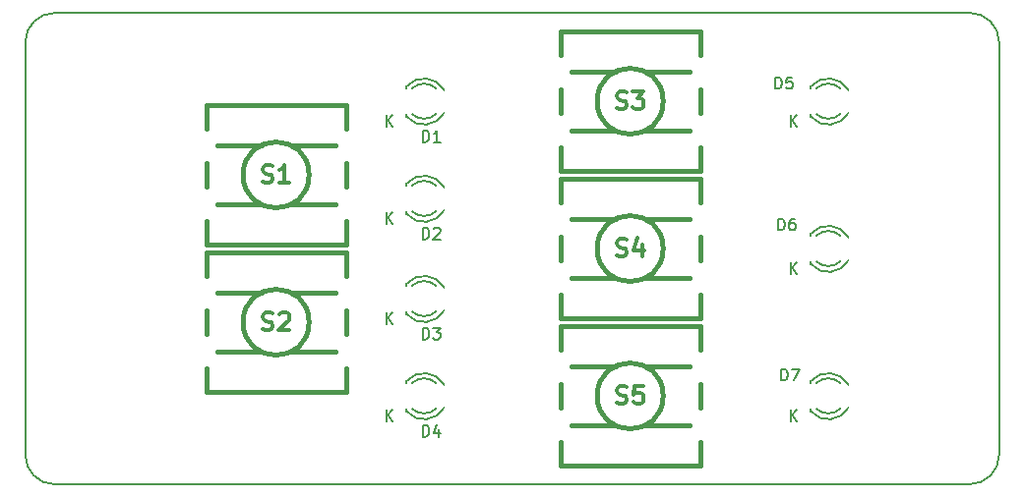
<source format=gbr>
G04 #@! TF.FileFunction,Legend,Top*
%FSLAX46Y46*%
G04 Gerber Fmt 4.6, Leading zero omitted, Abs format (unit mm)*
G04 Created by KiCad (PCBNEW 4.0.2-4+6225~38~ubuntu14.04.1-stable) date mer. 25 mai 2016 20:43:00 CEST*
%MOMM*%
G01*
G04 APERTURE LIST*
%ADD10C,0.100000*%
%ADD11C,0.150000*%
%ADD12C,0.381000*%
%ADD13C,0.304800*%
G04 APERTURE END LIST*
D10*
D11*
X63500000Y-129540000D02*
G75*
G03X66040000Y-132080000I2540000J0D01*
G01*
X144780000Y-132080000D02*
G75*
G03X147320000Y-129540000I0J2540000D01*
G01*
X147320000Y-93980000D02*
G75*
G03X144780000Y-91440000I-2540000J0D01*
G01*
X66040000Y-91440000D02*
G75*
G03X63500000Y-93980000I0J-2540000D01*
G01*
X63500000Y-129540000D02*
X63500000Y-93980000D01*
X66040000Y-132080000D02*
X144780000Y-132080000D01*
X147320000Y-93980000D02*
X147320000Y-129540000D01*
X66040000Y-91440000D02*
X144780000Y-91440000D01*
D12*
X91089480Y-104409240D02*
X91089480Y-106410760D01*
X79090520Y-101409500D02*
X79090520Y-99410520D01*
X79090520Y-99410520D02*
X91089480Y-99410520D01*
X91089480Y-99410520D02*
X91089480Y-101409500D01*
X79090520Y-106410760D02*
X79090520Y-104409240D01*
X91089480Y-109410500D02*
X91089480Y-111409480D01*
X91089480Y-111409480D02*
X79090520Y-111409480D01*
X79090520Y-111409480D02*
X79090520Y-109410500D01*
X86360000Y-102870000D02*
X90170000Y-102870000D01*
X80010000Y-102870000D02*
X83820000Y-102870000D01*
X83820000Y-107950000D02*
X80010000Y-107950000D01*
X90170000Y-107950000D02*
X86360000Y-107950000D01*
X87929806Y-105410000D02*
G75*
G03X87929806Y-105410000I-2839806J0D01*
G01*
X79090520Y-119110760D02*
X79090520Y-117109240D01*
X91089480Y-122110500D02*
X91089480Y-124109480D01*
X91089480Y-124109480D02*
X79090520Y-124109480D01*
X79090520Y-124109480D02*
X79090520Y-122110500D01*
X91089480Y-117109240D02*
X91089480Y-119110760D01*
X79090520Y-114109500D02*
X79090520Y-112110520D01*
X79090520Y-112110520D02*
X91089480Y-112110520D01*
X91089480Y-112110520D02*
X91089480Y-114109500D01*
X83820000Y-120650000D02*
X80010000Y-120650000D01*
X90170000Y-120650000D02*
X86360000Y-120650000D01*
X86360000Y-115570000D02*
X90170000Y-115570000D01*
X80010000Y-115570000D02*
X83820000Y-115570000D01*
X87929806Y-118110000D02*
G75*
G03X87929806Y-118110000I-2839806J0D01*
G01*
X109570520Y-100060760D02*
X109570520Y-98059240D01*
X121569480Y-103060500D02*
X121569480Y-105059480D01*
X121569480Y-105059480D02*
X109570520Y-105059480D01*
X109570520Y-105059480D02*
X109570520Y-103060500D01*
X121569480Y-98059240D02*
X121569480Y-100060760D01*
X109570520Y-95059500D02*
X109570520Y-93060520D01*
X109570520Y-93060520D02*
X121569480Y-93060520D01*
X121569480Y-93060520D02*
X121569480Y-95059500D01*
X114300000Y-101600000D02*
X110490000Y-101600000D01*
X120650000Y-101600000D02*
X116840000Y-101600000D01*
X116840000Y-96520000D02*
X120650000Y-96520000D01*
X110490000Y-96520000D02*
X114300000Y-96520000D01*
X118409806Y-99060000D02*
G75*
G03X118409806Y-99060000I-2839806J0D01*
G01*
X109570520Y-112760760D02*
X109570520Y-110759240D01*
X121569480Y-115760500D02*
X121569480Y-117759480D01*
X121569480Y-117759480D02*
X109570520Y-117759480D01*
X109570520Y-117759480D02*
X109570520Y-115760500D01*
X121569480Y-110759240D02*
X121569480Y-112760760D01*
X109570520Y-107759500D02*
X109570520Y-105760520D01*
X109570520Y-105760520D02*
X121569480Y-105760520D01*
X121569480Y-105760520D02*
X121569480Y-107759500D01*
X114300000Y-114300000D02*
X110490000Y-114300000D01*
X120650000Y-114300000D02*
X116840000Y-114300000D01*
X116840000Y-109220000D02*
X120650000Y-109220000D01*
X110490000Y-109220000D02*
X114300000Y-109220000D01*
X118409806Y-111760000D02*
G75*
G03X118409806Y-111760000I-2839806J0D01*
G01*
X109570520Y-125460760D02*
X109570520Y-123459240D01*
X121569480Y-128460500D02*
X121569480Y-130459480D01*
X121569480Y-130459480D02*
X109570520Y-130459480D01*
X109570520Y-130459480D02*
X109570520Y-128460500D01*
X121569480Y-123459240D02*
X121569480Y-125460760D01*
X109570520Y-120459500D02*
X109570520Y-118460520D01*
X109570520Y-118460520D02*
X121569480Y-118460520D01*
X121569480Y-118460520D02*
X121569480Y-120459500D01*
X114300000Y-127000000D02*
X110490000Y-127000000D01*
X120650000Y-127000000D02*
X116840000Y-127000000D01*
X116840000Y-121920000D02*
X120650000Y-121920000D01*
X110490000Y-121920000D02*
X114300000Y-121920000D01*
X118409806Y-124460000D02*
G75*
G03X118409806Y-124460000I-2839806J0D01*
G01*
D11*
X96321000Y-100374000D02*
X96321000Y-100174000D01*
X96321000Y-97780000D02*
X96321000Y-97960000D01*
X99548744Y-98090357D02*
G75*
G03X96321000Y-97774000I-1727744J-1003643D01*
G01*
X98873006Y-97960932D02*
G75*
G03X96770000Y-97960000I-1052006J-1133068D01*
G01*
X96333780Y-100400726D02*
G75*
G03X99571000Y-100054000I1497220J1306726D01*
G01*
X96807111Y-100173253D02*
G75*
G03X98855000Y-100154000I1013889J1079253D01*
G01*
X96321000Y-108756000D02*
X96321000Y-108556000D01*
X96321000Y-106162000D02*
X96321000Y-106342000D01*
X99548744Y-106472357D02*
G75*
G03X96321000Y-106156000I-1727744J-1003643D01*
G01*
X98873006Y-106342932D02*
G75*
G03X96770000Y-106342000I-1052006J-1133068D01*
G01*
X96333780Y-108782726D02*
G75*
G03X99571000Y-108436000I1497220J1306726D01*
G01*
X96807111Y-108555253D02*
G75*
G03X98855000Y-108536000I1013889J1079253D01*
G01*
X96321000Y-117392000D02*
X96321000Y-117192000D01*
X96321000Y-114798000D02*
X96321000Y-114978000D01*
X99548744Y-115108357D02*
G75*
G03X96321000Y-114792000I-1727744J-1003643D01*
G01*
X98873006Y-114978932D02*
G75*
G03X96770000Y-114978000I-1052006J-1133068D01*
G01*
X96333780Y-117418726D02*
G75*
G03X99571000Y-117072000I1497220J1306726D01*
G01*
X96807111Y-117191253D02*
G75*
G03X98855000Y-117172000I1013889J1079253D01*
G01*
X96321000Y-125774000D02*
X96321000Y-125574000D01*
X96321000Y-123180000D02*
X96321000Y-123360000D01*
X99548744Y-123490357D02*
G75*
G03X96321000Y-123174000I-1727744J-1003643D01*
G01*
X98873006Y-123360932D02*
G75*
G03X96770000Y-123360000I-1052006J-1133068D01*
G01*
X96333780Y-125800726D02*
G75*
G03X99571000Y-125454000I1497220J1306726D01*
G01*
X96807111Y-125573253D02*
G75*
G03X98855000Y-125554000I1013889J1079253D01*
G01*
X131119000Y-100374000D02*
X131119000Y-100174000D01*
X131119000Y-97780000D02*
X131119000Y-97960000D01*
X134346744Y-98090357D02*
G75*
G03X131119000Y-97774000I-1727744J-1003643D01*
G01*
X133671006Y-97960932D02*
G75*
G03X131568000Y-97960000I-1052006J-1133068D01*
G01*
X131131780Y-100400726D02*
G75*
G03X134369000Y-100054000I1497220J1306726D01*
G01*
X131605111Y-100173253D02*
G75*
G03X133653000Y-100154000I1013889J1079253D01*
G01*
X131119000Y-113074000D02*
X131119000Y-112874000D01*
X131119000Y-110480000D02*
X131119000Y-110660000D01*
X134346744Y-110790357D02*
G75*
G03X131119000Y-110474000I-1727744J-1003643D01*
G01*
X133671006Y-110660932D02*
G75*
G03X131568000Y-110660000I-1052006J-1133068D01*
G01*
X131131780Y-113100726D02*
G75*
G03X134369000Y-112754000I1497220J1306726D01*
G01*
X131605111Y-112873253D02*
G75*
G03X133653000Y-112854000I1013889J1079253D01*
G01*
X131119000Y-125774000D02*
X131119000Y-125574000D01*
X131119000Y-123180000D02*
X131119000Y-123360000D01*
X134346744Y-123490357D02*
G75*
G03X131119000Y-123174000I-1727744J-1003643D01*
G01*
X133671006Y-123360932D02*
G75*
G03X131568000Y-123360000I-1052006J-1133068D01*
G01*
X131131780Y-125800726D02*
G75*
G03X134369000Y-125454000I1497220J1306726D01*
G01*
X131605111Y-125573253D02*
G75*
G03X133653000Y-125554000I1013889J1079253D01*
G01*
D13*
X83928857Y-106026857D02*
X84146571Y-106099429D01*
X84509428Y-106099429D01*
X84654571Y-106026857D01*
X84727142Y-105954286D01*
X84799714Y-105809143D01*
X84799714Y-105664000D01*
X84727142Y-105518857D01*
X84654571Y-105446286D01*
X84509428Y-105373714D01*
X84219142Y-105301143D01*
X84074000Y-105228571D01*
X84001428Y-105156000D01*
X83928857Y-105010857D01*
X83928857Y-104865714D01*
X84001428Y-104720571D01*
X84074000Y-104648000D01*
X84219142Y-104575429D01*
X84582000Y-104575429D01*
X84799714Y-104648000D01*
X86251143Y-106099429D02*
X85380286Y-106099429D01*
X85815714Y-106099429D02*
X85815714Y-104575429D01*
X85670571Y-104793143D01*
X85525429Y-104938286D01*
X85380286Y-105010857D01*
X83928857Y-118726857D02*
X84146571Y-118799429D01*
X84509428Y-118799429D01*
X84654571Y-118726857D01*
X84727142Y-118654286D01*
X84799714Y-118509143D01*
X84799714Y-118364000D01*
X84727142Y-118218857D01*
X84654571Y-118146286D01*
X84509428Y-118073714D01*
X84219142Y-118001143D01*
X84074000Y-117928571D01*
X84001428Y-117856000D01*
X83928857Y-117710857D01*
X83928857Y-117565714D01*
X84001428Y-117420571D01*
X84074000Y-117348000D01*
X84219142Y-117275429D01*
X84582000Y-117275429D01*
X84799714Y-117348000D01*
X85380286Y-117420571D02*
X85452857Y-117348000D01*
X85598000Y-117275429D01*
X85960857Y-117275429D01*
X86106000Y-117348000D01*
X86178571Y-117420571D01*
X86251143Y-117565714D01*
X86251143Y-117710857D01*
X86178571Y-117928571D01*
X85307714Y-118799429D01*
X86251143Y-118799429D01*
X114408857Y-99676857D02*
X114626571Y-99749429D01*
X114989428Y-99749429D01*
X115134571Y-99676857D01*
X115207142Y-99604286D01*
X115279714Y-99459143D01*
X115279714Y-99314000D01*
X115207142Y-99168857D01*
X115134571Y-99096286D01*
X114989428Y-99023714D01*
X114699142Y-98951143D01*
X114554000Y-98878571D01*
X114481428Y-98806000D01*
X114408857Y-98660857D01*
X114408857Y-98515714D01*
X114481428Y-98370571D01*
X114554000Y-98298000D01*
X114699142Y-98225429D01*
X115062000Y-98225429D01*
X115279714Y-98298000D01*
X115787714Y-98225429D02*
X116731143Y-98225429D01*
X116223143Y-98806000D01*
X116440857Y-98806000D01*
X116586000Y-98878571D01*
X116658571Y-98951143D01*
X116731143Y-99096286D01*
X116731143Y-99459143D01*
X116658571Y-99604286D01*
X116586000Y-99676857D01*
X116440857Y-99749429D01*
X116005429Y-99749429D01*
X115860286Y-99676857D01*
X115787714Y-99604286D01*
X114408857Y-112376857D02*
X114626571Y-112449429D01*
X114989428Y-112449429D01*
X115134571Y-112376857D01*
X115207142Y-112304286D01*
X115279714Y-112159143D01*
X115279714Y-112014000D01*
X115207142Y-111868857D01*
X115134571Y-111796286D01*
X114989428Y-111723714D01*
X114699142Y-111651143D01*
X114554000Y-111578571D01*
X114481428Y-111506000D01*
X114408857Y-111360857D01*
X114408857Y-111215714D01*
X114481428Y-111070571D01*
X114554000Y-110998000D01*
X114699142Y-110925429D01*
X115062000Y-110925429D01*
X115279714Y-110998000D01*
X116586000Y-111433429D02*
X116586000Y-112449429D01*
X116223143Y-110852857D02*
X115860286Y-111941429D01*
X116803714Y-111941429D01*
X114408857Y-125076857D02*
X114626571Y-125149429D01*
X114989428Y-125149429D01*
X115134571Y-125076857D01*
X115207142Y-125004286D01*
X115279714Y-124859143D01*
X115279714Y-124714000D01*
X115207142Y-124568857D01*
X115134571Y-124496286D01*
X114989428Y-124423714D01*
X114699142Y-124351143D01*
X114554000Y-124278571D01*
X114481428Y-124206000D01*
X114408857Y-124060857D01*
X114408857Y-123915714D01*
X114481428Y-123770571D01*
X114554000Y-123698000D01*
X114699142Y-123625429D01*
X115062000Y-123625429D01*
X115279714Y-123698000D01*
X116658571Y-123625429D02*
X115932857Y-123625429D01*
X115860286Y-124351143D01*
X115932857Y-124278571D01*
X116078000Y-124206000D01*
X116440857Y-124206000D01*
X116586000Y-124278571D01*
X116658571Y-124351143D01*
X116731143Y-124496286D01*
X116731143Y-124859143D01*
X116658571Y-125004286D01*
X116586000Y-125076857D01*
X116440857Y-125149429D01*
X116078000Y-125149429D01*
X115932857Y-125076857D01*
X115860286Y-125004286D01*
D11*
X97691905Y-102572381D02*
X97691905Y-101572381D01*
X97930000Y-101572381D01*
X98072858Y-101620000D01*
X98168096Y-101715238D01*
X98215715Y-101810476D01*
X98263334Y-102000952D01*
X98263334Y-102143810D01*
X98215715Y-102334286D01*
X98168096Y-102429524D01*
X98072858Y-102524762D01*
X97930000Y-102572381D01*
X97691905Y-102572381D01*
X99215715Y-102572381D02*
X98644286Y-102572381D01*
X98930000Y-102572381D02*
X98930000Y-101572381D01*
X98834762Y-101715238D01*
X98739524Y-101810476D01*
X98644286Y-101858095D01*
X94568095Y-101252381D02*
X94568095Y-100252381D01*
X95139524Y-101252381D02*
X94710952Y-100680952D01*
X95139524Y-100252381D02*
X94568095Y-100823810D01*
X97691905Y-110954381D02*
X97691905Y-109954381D01*
X97930000Y-109954381D01*
X98072858Y-110002000D01*
X98168096Y-110097238D01*
X98215715Y-110192476D01*
X98263334Y-110382952D01*
X98263334Y-110525810D01*
X98215715Y-110716286D01*
X98168096Y-110811524D01*
X98072858Y-110906762D01*
X97930000Y-110954381D01*
X97691905Y-110954381D01*
X98644286Y-110049619D02*
X98691905Y-110002000D01*
X98787143Y-109954381D01*
X99025239Y-109954381D01*
X99120477Y-110002000D01*
X99168096Y-110049619D01*
X99215715Y-110144857D01*
X99215715Y-110240095D01*
X99168096Y-110382952D01*
X98596667Y-110954381D01*
X99215715Y-110954381D01*
X94568095Y-109634381D02*
X94568095Y-108634381D01*
X95139524Y-109634381D02*
X94710952Y-109062952D01*
X95139524Y-108634381D02*
X94568095Y-109205810D01*
X97691905Y-119590381D02*
X97691905Y-118590381D01*
X97930000Y-118590381D01*
X98072858Y-118638000D01*
X98168096Y-118733238D01*
X98215715Y-118828476D01*
X98263334Y-119018952D01*
X98263334Y-119161810D01*
X98215715Y-119352286D01*
X98168096Y-119447524D01*
X98072858Y-119542762D01*
X97930000Y-119590381D01*
X97691905Y-119590381D01*
X98596667Y-118590381D02*
X99215715Y-118590381D01*
X98882381Y-118971333D01*
X99025239Y-118971333D01*
X99120477Y-119018952D01*
X99168096Y-119066571D01*
X99215715Y-119161810D01*
X99215715Y-119399905D01*
X99168096Y-119495143D01*
X99120477Y-119542762D01*
X99025239Y-119590381D01*
X98739524Y-119590381D01*
X98644286Y-119542762D01*
X98596667Y-119495143D01*
X94568095Y-118270381D02*
X94568095Y-117270381D01*
X95139524Y-118270381D02*
X94710952Y-117698952D01*
X95139524Y-117270381D02*
X94568095Y-117841810D01*
X97691905Y-127972381D02*
X97691905Y-126972381D01*
X97930000Y-126972381D01*
X98072858Y-127020000D01*
X98168096Y-127115238D01*
X98215715Y-127210476D01*
X98263334Y-127400952D01*
X98263334Y-127543810D01*
X98215715Y-127734286D01*
X98168096Y-127829524D01*
X98072858Y-127924762D01*
X97930000Y-127972381D01*
X97691905Y-127972381D01*
X99120477Y-127305714D02*
X99120477Y-127972381D01*
X98882381Y-126924762D02*
X98644286Y-127639048D01*
X99263334Y-127639048D01*
X94568095Y-126652381D02*
X94568095Y-125652381D01*
X95139524Y-126652381D02*
X94710952Y-126080952D01*
X95139524Y-125652381D02*
X94568095Y-126223810D01*
X128039905Y-97988381D02*
X128039905Y-96988381D01*
X128278000Y-96988381D01*
X128420858Y-97036000D01*
X128516096Y-97131238D01*
X128563715Y-97226476D01*
X128611334Y-97416952D01*
X128611334Y-97559810D01*
X128563715Y-97750286D01*
X128516096Y-97845524D01*
X128420858Y-97940762D01*
X128278000Y-97988381D01*
X128039905Y-97988381D01*
X129516096Y-96988381D02*
X129039905Y-96988381D01*
X128992286Y-97464571D01*
X129039905Y-97416952D01*
X129135143Y-97369333D01*
X129373239Y-97369333D01*
X129468477Y-97416952D01*
X129516096Y-97464571D01*
X129563715Y-97559810D01*
X129563715Y-97797905D01*
X129516096Y-97893143D01*
X129468477Y-97940762D01*
X129373239Y-97988381D01*
X129135143Y-97988381D01*
X129039905Y-97940762D01*
X128992286Y-97893143D01*
X129366095Y-101252381D02*
X129366095Y-100252381D01*
X129937524Y-101252381D02*
X129508952Y-100680952D01*
X129937524Y-100252381D02*
X129366095Y-100823810D01*
X128293905Y-110180381D02*
X128293905Y-109180381D01*
X128532000Y-109180381D01*
X128674858Y-109228000D01*
X128770096Y-109323238D01*
X128817715Y-109418476D01*
X128865334Y-109608952D01*
X128865334Y-109751810D01*
X128817715Y-109942286D01*
X128770096Y-110037524D01*
X128674858Y-110132762D01*
X128532000Y-110180381D01*
X128293905Y-110180381D01*
X129722477Y-109180381D02*
X129532000Y-109180381D01*
X129436762Y-109228000D01*
X129389143Y-109275619D01*
X129293905Y-109418476D01*
X129246286Y-109608952D01*
X129246286Y-109989905D01*
X129293905Y-110085143D01*
X129341524Y-110132762D01*
X129436762Y-110180381D01*
X129627239Y-110180381D01*
X129722477Y-110132762D01*
X129770096Y-110085143D01*
X129817715Y-109989905D01*
X129817715Y-109751810D01*
X129770096Y-109656571D01*
X129722477Y-109608952D01*
X129627239Y-109561333D01*
X129436762Y-109561333D01*
X129341524Y-109608952D01*
X129293905Y-109656571D01*
X129246286Y-109751810D01*
X129366095Y-113952381D02*
X129366095Y-112952381D01*
X129937524Y-113952381D02*
X129508952Y-113380952D01*
X129937524Y-112952381D02*
X129366095Y-113523810D01*
X128547905Y-123134381D02*
X128547905Y-122134381D01*
X128786000Y-122134381D01*
X128928858Y-122182000D01*
X129024096Y-122277238D01*
X129071715Y-122372476D01*
X129119334Y-122562952D01*
X129119334Y-122705810D01*
X129071715Y-122896286D01*
X129024096Y-122991524D01*
X128928858Y-123086762D01*
X128786000Y-123134381D01*
X128547905Y-123134381D01*
X129452667Y-122134381D02*
X130119334Y-122134381D01*
X129690762Y-123134381D01*
X129366095Y-126652381D02*
X129366095Y-125652381D01*
X129937524Y-126652381D02*
X129508952Y-126080952D01*
X129937524Y-125652381D02*
X129366095Y-126223810D01*
M02*

</source>
